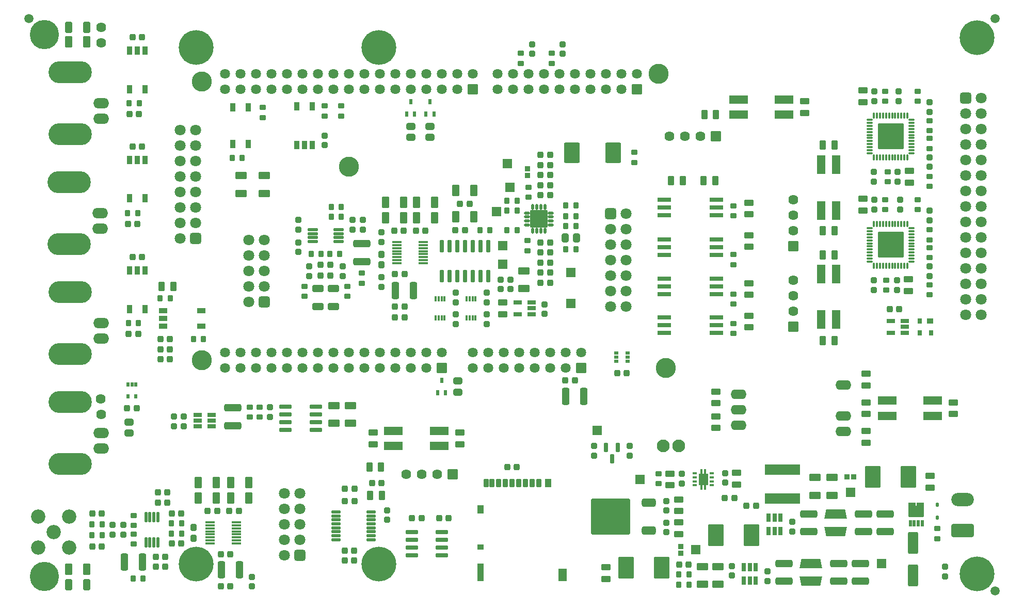
<source format=gts>
%TF.GenerationSoftware,KiCad,Pcbnew,7.0.1*%
%TF.CreationDate,2023-11-29T10:40:00+01:00*%
%TF.ProjectId,current100A_Artiq,63757272-656e-4743-9130-30415f417274,rev?*%
%TF.SameCoordinates,Original*%
%TF.FileFunction,Soldermask,Top*%
%TF.FilePolarity,Negative*%
%FSLAX46Y46*%
G04 Gerber Fmt 4.6, Leading zero omitted, Abs format (unit mm)*
G04 Created by KiCad (PCBNEW 7.0.1) date 2023-11-29 10:40:00*
%MOMM*%
%LPD*%
G01*
G04 APERTURE LIST*
G04 Aperture macros list*
%AMRoundRect*
0 Rectangle with rounded corners*
0 $1 Rounding radius*
0 $2 $3 $4 $5 $6 $7 $8 $9 X,Y pos of 4 corners*
0 Add a 4 corners polygon primitive as box body*
4,1,4,$2,$3,$4,$5,$6,$7,$8,$9,$2,$3,0*
0 Add four circle primitives for the rounded corners*
1,1,$1+$1,$2,$3*
1,1,$1+$1,$4,$5*
1,1,$1+$1,$6,$7*
1,1,$1+$1,$8,$9*
0 Add four rect primitives between the rounded corners*
20,1,$1+$1,$2,$3,$4,$5,0*
20,1,$1+$1,$4,$5,$6,$7,0*
20,1,$1+$1,$6,$7,$8,$9,0*
20,1,$1+$1,$8,$9,$2,$3,0*%
%AMFreePoly0*
4,1,15,1.827885,0.766502,1.846291,0.743898,1.848963,0.714870,1.548963,-0.735130,1.531571,-0.763772,1.500000,-0.775000,-1.500000,-0.775000,-1.531571,-0.763772,-1.548963,-0.735130,-1.848963,0.714870,-1.846291,0.743898,-1.827885,0.766502,-1.800000,0.775000,1.800000,0.775000,1.827885,0.766502,1.827885,0.766502,$1*%
%AMFreePoly1*
4,1,15,1.531571,0.763772,1.548963,0.735130,1.848963,-0.714870,1.846291,-0.743898,1.827885,-0.766502,1.800000,-0.775000,-1.800000,-0.775000,-1.827885,-0.766502,-1.846291,-0.743898,-1.848963,-0.714870,-1.548963,0.735130,-1.531571,0.763772,-1.500000,0.775000,1.500000,0.775000,1.531571,0.763772,1.531571,0.763772,$1*%
%AMFreePoly2*
4,1,37,1.430355,1.220355,1.445000,1.185000,1.445000,0.765000,1.430355,0.729645,1.395000,0.715000,0.905000,0.715000,0.905000,0.585000,1.395000,0.585000,1.430355,0.570355,1.445000,0.535000,1.445000,0.115000,1.430355,0.079645,1.395000,0.065000,0.905000,0.065000,0.905000,-0.065000,1.395000,-0.065000,1.430355,-0.079645,1.445000,-0.115000,1.445000,-0.535000,1.430355,-0.570355,
1.395000,-0.585000,0.905000,-0.585000,0.905000,-0.715000,1.395000,-0.715000,1.430355,-0.729645,1.445000,-0.765000,1.445000,-1.185000,1.430355,-1.220355,1.395000,-1.235000,-0.855000,-1.235000,-0.890355,-1.220355,-0.905000,-1.185000,-0.905000,1.185000,-0.890355,1.220355,-0.855000,1.235000,1.395000,1.235000,1.430355,1.220355,1.430355,1.220355,$1*%
G04 Aperture macros list end*
%ADD10RoundRect,0.275000X0.225000X0.250000X-0.225000X0.250000X-0.225000X-0.250000X0.225000X-0.250000X0*%
%ADD11RoundRect,0.250000X0.200000X0.275000X-0.200000X0.275000X-0.200000X-0.275000X0.200000X-0.275000X0*%
%ADD12RoundRect,0.275000X0.250000X-0.225000X0.250000X0.225000X-0.250000X0.225000X-0.250000X-0.225000X0*%
%ADD13RoundRect,0.275000X-0.225000X-0.250000X0.225000X-0.250000X0.225000X0.250000X-0.225000X0.250000X0*%
%ADD14RoundRect,0.250000X-0.275000X0.200000X-0.275000X-0.200000X0.275000X-0.200000X0.275000X0.200000X0*%
%ADD15RoundRect,0.300000X-0.325000X-0.650000X0.325000X-0.650000X0.325000X0.650000X-0.325000X0.650000X0*%
%ADD16RoundRect,0.300000X-0.450000X0.262500X-0.450000X-0.262500X0.450000X-0.262500X0.450000X0.262500X0*%
%ADD17RoundRect,0.050000X1.500000X0.600000X-1.500000X0.600000X-1.500000X-0.600000X1.500000X-0.600000X0*%
%ADD18RoundRect,0.050000X0.762000X0.762000X-0.762000X0.762000X-0.762000X-0.762000X0.762000X-0.762000X0*%
%ADD19C,1.624000*%
%ADD20RoundRect,0.050000X1.080000X0.320000X-1.080000X0.320000X-1.080000X-0.320000X1.080000X-0.320000X0*%
%ADD21RoundRect,0.300000X0.475000X-0.250000X0.475000X0.250000X-0.475000X0.250000X-0.475000X-0.250000X0*%
%ADD22RoundRect,0.300000X-0.650000X0.325000X-0.650000X-0.325000X0.650000X-0.325000X0.650000X0.325000X0*%
%ADD23RoundRect,0.050000X0.750000X0.750000X-0.750000X0.750000X-0.750000X-0.750000X0.750000X-0.750000X0*%
%ADD24RoundRect,0.050000X-0.750000X-0.750000X0.750000X-0.750000X0.750000X0.750000X-0.750000X0.750000X0*%
%ADD25RoundRect,0.050000X-0.400000X0.400000X-0.400000X-0.400000X0.400000X-0.400000X0.400000X0.400000X0*%
%ADD26RoundRect,0.300000X0.850000X0.350000X-0.850000X0.350000X-0.850000X-0.350000X0.850000X-0.350000X0*%
%ADD27RoundRect,0.299997X2.950003X2.650003X-2.950003X2.650003X-2.950003X-2.650003X2.950003X-2.650003X0*%
%ADD28RoundRect,0.300000X0.600000X0.600000X-0.600000X0.600000X-0.600000X-0.600000X0.600000X-0.600000X0*%
%ADD29C,1.800000*%
%ADD30RoundRect,0.250000X-0.200000X-0.275000X0.200000X-0.275000X0.200000X0.275000X-0.200000X0.275000X0*%
%ADD31RoundRect,0.250000X0.275000X-0.200000X0.275000X0.200000X-0.275000X0.200000X-0.275000X-0.200000X0*%
%ADD32C,2.350000*%
%ADD33RoundRect,0.050000X0.762000X-0.762000X0.762000X0.762000X-0.762000X0.762000X-0.762000X-0.762000X0*%
%ADD34RoundRect,0.050000X-1.206500X-1.714500X1.206500X-1.714500X1.206500X1.714500X-1.206500X1.714500X0*%
%ADD35RoundRect,0.275000X-0.250000X0.225000X-0.250000X-0.225000X0.250000X-0.225000X0.250000X0.225000X0*%
%ADD36RoundRect,0.050000X-0.400000X-0.400000X0.400000X-0.400000X0.400000X0.400000X-0.400000X0.400000X0*%
%ADD37RoundRect,0.050000X-0.400000X-0.600000X0.400000X-0.600000X0.400000X0.600000X-0.400000X0.600000X0*%
%ADD38RoundRect,0.268750X-0.218750X-0.256250X0.218750X-0.256250X0.218750X0.256250X-0.218750X0.256250X0*%
%ADD39RoundRect,0.050000X-0.350000X-0.600000X0.350000X-0.600000X0.350000X0.600000X-0.350000X0.600000X0*%
%ADD40RoundRect,0.050000X-0.500000X-0.400000X0.500000X-0.400000X0.500000X0.400000X-0.500000X0.400000X0*%
%ADD41RoundRect,0.050000X-0.500000X-0.600000X0.500000X-0.600000X0.500000X0.600000X-0.500000X0.600000X0*%
%ADD42RoundRect,0.050000X-0.500000X-1.400000X0.500000X-1.400000X0.500000X1.400000X-0.500000X1.400000X0*%
%ADD43RoundRect,0.050000X-0.650000X-0.950000X0.650000X-0.950000X0.650000X0.950000X-0.650000X0.950000X0*%
%ADD44RoundRect,0.268750X-0.256250X0.218750X-0.256250X-0.218750X0.256250X-0.218750X0.256250X0.218750X0*%
%ADD45RoundRect,0.200000X0.512500X0.150000X-0.512500X0.150000X-0.512500X-0.150000X0.512500X-0.150000X0*%
%ADD46RoundRect,0.300000X-0.312500X-0.625000X0.312500X-0.625000X0.312500X0.625000X-0.312500X0.625000X0*%
%ADD47C,2.100000*%
%ADD48FreePoly0,0.000000*%
%ADD49FreePoly1,0.000000*%
%ADD50RoundRect,0.050000X-0.225000X-0.350000X0.225000X-0.350000X0.225000X0.350000X-0.225000X0.350000X0*%
%ADD51C,1.500000*%
%ADD52C,5.700000*%
%ADD53RoundRect,0.300000X0.450000X-0.262500X0.450000X0.262500X-0.450000X0.262500X-0.450000X-0.262500X0*%
%ADD54RoundRect,0.300000X-0.475000X0.250000X-0.475000X-0.250000X0.475000X-0.250000X0.475000X0.250000X0*%
%ADD55RoundRect,0.200000X-0.150000X0.825000X-0.150000X-0.825000X0.150000X-0.825000X0.150000X0.825000X0*%
%ADD56RoundRect,0.050000X0.150000X0.400000X-0.150000X0.400000X-0.150000X-0.400000X0.150000X-0.400000X0*%
%ADD57RoundRect,0.050000X-0.400000X0.600000X-0.400000X-0.600000X0.400000X-0.600000X0.400000X0.600000X0*%
%ADD58RoundRect,0.050000X0.400000X-0.600000X0.400000X0.600000X-0.400000X0.600000X-0.400000X-0.600000X0*%
%ADD59RoundRect,0.125000X-0.650000X-0.075000X0.650000X-0.075000X0.650000X0.075000X-0.650000X0.075000X0*%
%ADD60RoundRect,0.150000X-0.637500X-0.100000X0.637500X-0.100000X0.637500X0.100000X-0.637500X0.100000X0*%
%ADD61RoundRect,0.300000X0.250000X0.475000X-0.250000X0.475000X-0.250000X-0.475000X0.250000X-0.475000X0*%
%ADD62RoundRect,0.268750X0.218750X0.256250X-0.218750X0.256250X-0.218750X-0.256250X0.218750X-0.256250X0*%
%ADD63RoundRect,0.300000X-1.100000X0.325000X-1.100000X-0.325000X1.100000X-0.325000X1.100000X0.325000X0*%
%ADD64RoundRect,0.200000X0.825000X0.150000X-0.825000X0.150000X-0.825000X-0.150000X0.825000X-0.150000X0*%
%ADD65RoundRect,0.050000X0.750000X-0.750000X0.750000X0.750000X-0.750000X0.750000X-0.750000X-0.750000X0*%
%ADD66RoundRect,0.162500X0.112500X-0.187500X0.112500X0.187500X-0.112500X0.187500X-0.112500X-0.187500X0*%
%ADD67RoundRect,0.050000X-1.500000X-0.600000X1.500000X-0.600000X1.500000X0.600000X-1.500000X0.600000X0*%
%ADD68RoundRect,0.287500X0.237500X-0.300000X0.237500X0.300000X-0.237500X0.300000X-0.237500X-0.300000X0*%
%ADD69RoundRect,0.050000X-0.500000X0.350000X-0.500000X-0.350000X0.500000X-0.350000X0.500000X0.350000X0*%
%ADD70RoundRect,0.050000X-0.300000X0.350000X-0.300000X-0.350000X0.300000X-0.350000X0.300000X0.350000X0*%
%ADD71RoundRect,0.112500X0.375000X0.062500X-0.375000X0.062500X-0.375000X-0.062500X0.375000X-0.062500X0*%
%ADD72RoundRect,0.112500X0.062500X0.375000X-0.062500X0.375000X-0.062500X-0.375000X0.062500X-0.375000X0*%
%ADD73RoundRect,0.050000X2.050000X2.050000X-2.050000X2.050000X-2.050000X-2.050000X2.050000X-2.050000X0*%
%ADD74O,2.600000X1.700000*%
%ADD75O,7.100000X3.600000*%
%ADD76RoundRect,0.050000X1.206500X1.714500X-1.206500X1.714500X-1.206500X-1.714500X1.206500X-1.714500X0*%
%ADD77C,4.800000*%
%ADD78RoundRect,0.050000X-0.600000X1.500000X-0.600000X-1.500000X0.600000X-1.500000X0.600000X1.500000X0*%
%ADD79RoundRect,0.050000X-0.325000X-0.200000X0.325000X-0.200000X0.325000X0.200000X-0.325000X0.200000X0*%
%ADD80RoundRect,0.300000X-0.250000X-0.475000X0.250000X-0.475000X0.250000X0.475000X-0.250000X0.475000X0*%
%ADD81RoundRect,0.300000X0.325000X0.650000X-0.325000X0.650000X-0.325000X-0.650000X0.325000X-0.650000X0*%
%ADD82RoundRect,0.300000X1.100000X-0.325000X1.100000X0.325000X-1.100000X0.325000X-1.100000X-0.325000X0*%
%ADD83RoundRect,0.300000X0.625000X-0.312500X0.625000X0.312500X-0.625000X0.312500X-0.625000X-0.312500X0*%
%ADD84RoundRect,0.050000X-0.200000X0.325000X-0.200000X-0.325000X0.200000X-0.325000X0.200000X0.325000X0*%
%ADD85RoundRect,0.300000X0.650000X-0.325000X0.650000X0.325000X-0.650000X0.325000X-0.650000X-0.325000X0*%
%ADD86RoundRect,0.200000X-0.150000X0.587500X-0.150000X-0.587500X0.150000X-0.587500X0.150000X0.587500X0*%
%ADD87RoundRect,0.300000X-0.600000X-0.600000X0.600000X-0.600000X0.600000X0.600000X-0.600000X0.600000X0*%
%ADD88RoundRect,0.300000X-0.325000X-1.100000X0.325000X-1.100000X0.325000X1.100000X-0.325000X1.100000X0*%
%ADD89RoundRect,0.268750X0.256250X-0.218750X0.256250X0.218750X-0.256250X0.218750X-0.256250X-0.218750X0*%
%ADD90RoundRect,0.150000X0.100000X-0.712500X0.100000X0.712500X-0.100000X0.712500X-0.100000X-0.712500X0*%
%ADD91RoundRect,0.300000X-0.625000X0.312500X-0.625000X-0.312500X0.625000X-0.312500X0.625000X0.312500X0*%
%ADD92RoundRect,0.150000X0.712500X0.100000X-0.712500X0.100000X-0.712500X-0.100000X0.712500X-0.100000X0*%
%ADD93RoundRect,0.050000X0.600000X0.400000X-0.600000X0.400000X-0.600000X-0.400000X0.600000X-0.400000X0*%
%ADD94RoundRect,0.300000X1.000000X-1.400000X1.000000X1.400000X-1.000000X1.400000X-1.000000X-1.400000X0*%
%ADD95O,2.600000X1.600000*%
%ADD96RoundRect,0.300000X-0.550000X1.500000X-0.550000X-1.500000X0.550000X-1.500000X0.550000X1.500000X0*%
%ADD97RoundRect,0.300000X0.325000X1.100000X-0.325000X1.100000X-0.325000X-1.100000X0.325000X-1.100000X0*%
%ADD98RoundRect,0.050000X0.300000X-0.155000X0.300000X0.155000X-0.300000X0.155000X-0.300000X-0.155000X0*%
%ADD99C,0.400000*%
%ADD100RoundRect,0.050000X-0.115000X-0.412500X0.115000X-0.412500X0.115000X0.412500X-0.115000X0.412500X0*%
%ADD101RoundRect,0.050000X-0.750000X-0.875000X0.750000X-0.875000X0.750000X0.875000X-0.750000X0.875000X0*%
%ADD102RoundRect,0.300000X0.262500X0.450000X-0.262500X0.450000X-0.262500X-0.450000X0.262500X-0.450000X0*%
%ADD103RoundRect,0.200000X0.150000X-0.512500X0.150000X0.512500X-0.150000X0.512500X-0.150000X-0.512500X0*%
%ADD104RoundRect,0.137500X0.087500X-0.337500X0.087500X0.337500X-0.087500X0.337500X-0.087500X-0.337500X0*%
%ADD105RoundRect,0.131250X0.081250X-0.343750X0.081250X0.343750X-0.081250X0.343750X-0.081250X-0.343750X0*%
%ADD106RoundRect,0.131250X0.343750X-0.081250X0.343750X0.081250X-0.343750X0.081250X-0.343750X-0.081250X0*%
%ADD107RoundRect,0.137500X0.337500X-0.087500X0.337500X0.087500X-0.337500X0.087500X-0.337500X-0.087500X0*%
%ADD108RoundRect,0.050000X1.350000X-1.350000X1.350000X1.350000X-1.350000X1.350000X-1.350000X-1.350000X0*%
%ADD109RoundRect,0.299999X1.550001X-0.790001X1.550001X0.790001X-1.550001X0.790001X-1.550001X-0.790001X0*%
%ADD110O,3.700000X2.180000*%
%ADD111RoundRect,0.200000X-0.825000X-0.150000X0.825000X-0.150000X0.825000X0.150000X-0.825000X0.150000X0*%
%ADD112RoundRect,0.287500X-0.237500X0.300000X-0.237500X-0.300000X0.237500X-0.300000X0.237500X0.300000X0*%
%ADD113RoundRect,0.050000X-0.750000X0.750000X-0.750000X-0.750000X0.750000X-0.750000X0.750000X0.750000X0*%
%ADD114RoundRect,0.050000X-2.850000X0.800000X-2.850000X-0.800000X2.850000X-0.800000X2.850000X0.800000X0*%
%ADD115RoundRect,0.050000X0.210000X-0.495000X0.210000X0.495000X-0.210000X0.495000X-0.210000X-0.495000X0*%
%ADD116RoundRect,0.050000X0.210000X-0.500000X0.210000X0.500000X-0.210000X0.500000X-0.210000X-0.500000X0*%
%ADD117FreePoly2,90.000000*%
%ADD118C,3.300000*%
%ADD119RoundRect,0.050000X0.765000X-0.765000X0.765000X0.765000X-0.765000X0.765000X-0.765000X-0.765000X0*%
%ADD120C,1.630000*%
G04 APERTURE END LIST*
D10*
%TO.C,C134*%
X86500000Y-31877000D03*
X84950000Y-31877000D03*
%TD*%
D11*
%TO.C,R42*%
X81089000Y-32766000D03*
X79439000Y-32766000D03*
%TD*%
D12*
%TO.C,C104*%
X24765000Y-69736000D03*
X24765000Y-68186000D03*
%TD*%
D13*
%TO.C,C41*%
X21831000Y-92837000D03*
X23381000Y-92837000D03*
%TD*%
D14*
%TO.C,R21*%
X146812000Y-32576000D03*
X146812000Y-34226000D03*
%TD*%
D15*
%TO.C,C51*%
X28751000Y-81534000D03*
X31701000Y-81534000D03*
%TD*%
D16*
%TO.C,R48*%
X71374000Y-62333500D03*
X71374000Y-64158500D03*
%TD*%
D15*
%TO.C,C1*%
X7542000Y-6731000D03*
X10492000Y-6731000D03*
%TD*%
D12*
%TO.C,C123*%
X80010000Y-47257000D03*
X80010000Y-45707000D03*
%TD*%
D17*
%TO.C,L1*%
X149292000Y-68052000D03*
X149292000Y-65552000D03*
X141792000Y-65552000D03*
X141792000Y-68052000D03*
%TD*%
D18*
%TO.C,U33*%
X113665000Y-22225000D03*
D19*
X111125000Y-22225000D03*
X108585000Y-22225000D03*
X106045000Y-22225000D03*
%TD*%
D20*
%TO.C,U30*%
X113744000Y-48133000D03*
X113744000Y-46863000D03*
X113744000Y-45593000D03*
X105204000Y-45593000D03*
X105204000Y-46863000D03*
X105204000Y-48133000D03*
%TD*%
D21*
%TO.C,C18*%
X107569000Y-87437000D03*
X107569000Y-85537000D03*
%TD*%
D22*
%TO.C,C29*%
X132715000Y-78154000D03*
X132715000Y-81104000D03*
%TD*%
D23*
%TO.C,PP2*%
X78740000Y-40132000D03*
%TD*%
D24*
%TO.C,PP5*%
X89916000Y-49657000D03*
%TD*%
D10*
%TO.C,C65*%
X54413500Y-82031000D03*
X52863500Y-82031000D03*
%TD*%
D23*
%TO.C,PP1*%
X78740000Y-43180000D03*
%TD*%
D25*
%TO.C,JP2*%
X136313000Y-78105000D03*
X135213000Y-78105000D03*
%TD*%
D13*
%TO.C,C115*%
X64503000Y-37719000D03*
X66053000Y-37719000D03*
%TD*%
D10*
%TO.C,C21*%
X120282000Y-82804000D03*
X118732000Y-82804000D03*
%TD*%
D26*
%TO.C,U4*%
X102703000Y-86862000D03*
D27*
X96403000Y-84582000D03*
D26*
X102703000Y-82302000D03*
%TD*%
D28*
%TO.C,J4*%
X45466000Y-90932000D03*
D29*
X42926000Y-90932000D03*
X45466000Y-88392000D03*
X42926000Y-88392000D03*
X45466000Y-85852000D03*
X42926000Y-85852000D03*
X45466000Y-83312000D03*
X42926000Y-83312000D03*
X45466000Y-80772000D03*
X42926000Y-80772000D03*
%TD*%
D17*
%TO.C,L15*%
X124908000Y-18649000D03*
X124908000Y-16149000D03*
X117408000Y-16149000D03*
X117408000Y-18649000D03*
%TD*%
D30*
%TO.C,R7*%
X11367000Y-87630000D03*
X13017000Y-87630000D03*
%TD*%
D15*
%TO.C,C132*%
X71042000Y-35433000D03*
X73992000Y-35433000D03*
%TD*%
D22*
%TO.C,C28*%
X114046000Y-92759000D03*
X114046000Y-95709000D03*
%TD*%
D31*
%TO.C,R32*%
X52197000Y-18859000D03*
X52197000Y-17209000D03*
%TD*%
D32*
%TO.C,J2*%
X5080000Y-87122000D03*
X2540000Y-89662000D03*
X7620000Y-89662000D03*
X2540000Y-84582000D03*
X7620000Y-84582000D03*
%TD*%
D31*
%TO.C,R16*%
X141605000Y-47434000D03*
X141605000Y-45784000D03*
%TD*%
D33*
%TO.C,U35*%
X126365000Y-40259000D03*
D19*
X126365000Y-37719000D03*
X126365000Y-35179000D03*
X126365000Y-32639000D03*
%TD*%
D34*
%TO.C,L6*%
X113665000Y-87630000D03*
X119507000Y-87630000D03*
%TD*%
D12*
%TO.C,C44*%
X37592000Y-96025000D03*
X37592000Y-94475000D03*
%TD*%
D35*
%TO.C,C38*%
X14732000Y-85966000D03*
X14732000Y-87516000D03*
%TD*%
D15*
%TO.C,C2*%
X7542000Y-93218000D03*
X10492000Y-93218000D03*
%TD*%
D14*
%TO.C,R18*%
X148717000Y-46546000D03*
X148717000Y-48196000D03*
%TD*%
D36*
%TO.C,JP1*%
X107950000Y-89493000D03*
X107950000Y-90593000D03*
%TD*%
D10*
%TO.C,C124*%
X86500000Y-46228000D03*
X84950000Y-46228000D03*
%TD*%
D12*
%TO.C,C78*%
X143637000Y-16396000D03*
X143637000Y-14846000D03*
%TD*%
D37*
%TO.C,U37*%
X34417000Y-23447000D03*
X36957000Y-23447000D03*
X36957000Y-17447000D03*
X34417000Y-17447000D03*
%TD*%
D38*
%TO.C,L12*%
X84937500Y-44577000D03*
X86512500Y-44577000D03*
%TD*%
D30*
%TO.C,R8*%
X11367000Y-85852000D03*
X13017000Y-85852000D03*
%TD*%
D20*
%TO.C,U28*%
X113744000Y-35179000D03*
X113744000Y-33909000D03*
X113744000Y-32639000D03*
X105204000Y-32639000D03*
X105204000Y-33909000D03*
X105204000Y-35179000D03*
%TD*%
D39*
%TO.C,J3*%
X84660000Y-79091000D03*
X83560000Y-79091000D03*
X82460000Y-79091000D03*
X81360000Y-79091000D03*
X80260000Y-79091000D03*
X79160000Y-79091000D03*
X78060000Y-79091000D03*
X76960000Y-79091000D03*
X76010000Y-79091000D03*
D40*
X75060000Y-89591000D03*
D41*
X75060000Y-83391000D03*
D42*
X75060000Y-93741000D03*
D41*
X86210000Y-79091000D03*
D43*
X88560000Y-94191000D03*
%TD*%
D44*
%TO.C,D6*%
X52451000Y-43535500D03*
X52451000Y-45110500D03*
%TD*%
D45*
%TO.C,U16*%
X30982500Y-69784000D03*
X30982500Y-68834000D03*
X30982500Y-67884000D03*
X28707500Y-67884000D03*
X28707500Y-68834000D03*
X28707500Y-69784000D03*
%TD*%
D46*
%TO.C,R1*%
X7554500Y-4318000D03*
X10479500Y-4318000D03*
%TD*%
D14*
%TO.C,R30*%
X37211000Y-66612000D03*
X37211000Y-68262000D03*
%TD*%
D47*
%TO.C,GND1*%
X105029000Y-73025000D03*
X107569000Y-73025000D03*
%TD*%
D48*
%TO.C,L3*%
X133350000Y-87073000D03*
D49*
X133350000Y-84123000D03*
%TD*%
D13*
%TO.C,C47*%
X24457000Y-89027000D03*
X26007000Y-89027000D03*
%TD*%
D12*
%TO.C,C75*%
X148717000Y-35954000D03*
X148717000Y-34404000D03*
%TD*%
D50*
%TO.C,D11*%
X66152000Y-18526000D03*
X67452000Y-18526000D03*
X66802000Y-16526000D03*
%TD*%
D30*
%TO.C,R5*%
X107633000Y-95758000D03*
X109283000Y-95758000D03*
%TD*%
D15*
%TO.C,C105*%
X59485000Y-35560000D03*
X62435000Y-35560000D03*
%TD*%
D12*
%TO.C,C33*%
X93726000Y-74562000D03*
X93726000Y-73012000D03*
%TD*%
D30*
%TO.C,R64*%
X34354000Y-25781000D03*
X36004000Y-25781000D03*
%TD*%
D51*
%TO.C,FID2*%
X159512000Y-2921000D03*
%TD*%
D52*
%TO.C,H6*%
X58400000Y-92400000D03*
%TD*%
D20*
%TO.C,U31*%
X113744000Y-54483000D03*
X113744000Y-53213000D03*
X113744000Y-51943000D03*
X105204000Y-51943000D03*
X105204000Y-53213000D03*
X105204000Y-54483000D03*
%TD*%
D53*
%TO.C,R46*%
X63627000Y-22375500D03*
X63627000Y-20550500D03*
%TD*%
D50*
%TO.C,D9*%
X62977000Y-18526000D03*
X64277000Y-18526000D03*
X63627000Y-16526000D03*
%TD*%
D12*
%TO.C,C121*%
X76073000Y-49416000D03*
X76073000Y-47866000D03*
%TD*%
D54*
%TO.C,C141*%
X128270000Y-16449000D03*
X128270000Y-18349000D03*
%TD*%
D55*
%TO.C,U22*%
X76327000Y-40197000D03*
X75057000Y-40197000D03*
X73787000Y-40197000D03*
X72517000Y-40197000D03*
X71247000Y-40197000D03*
X69977000Y-40197000D03*
X68707000Y-40197000D03*
X68707000Y-45147000D03*
X69977000Y-45147000D03*
X71247000Y-45147000D03*
X72517000Y-45147000D03*
X73787000Y-45147000D03*
X75057000Y-45147000D03*
X76327000Y-45147000D03*
%TD*%
D10*
%TO.C,C129*%
X72530000Y-37592000D03*
X70980000Y-37592000D03*
%TD*%
D30*
%TO.C,R45*%
X89091000Y-36957000D03*
X90741000Y-36957000D03*
%TD*%
D31*
%TO.C,R50*%
X82804000Y-40957000D03*
X82804000Y-39307000D03*
%TD*%
D10*
%TO.C,C40*%
X23721000Y-82296000D03*
X22171000Y-82296000D03*
%TD*%
D30*
%TO.C,R56*%
X17209000Y-34798000D03*
X18859000Y-34798000D03*
%TD*%
D56*
%TO.C,U19*%
X69203000Y-48869000D03*
X68703000Y-48869000D03*
X68203000Y-48869000D03*
X67703000Y-48869000D03*
X67703000Y-51969000D03*
X68203000Y-51969000D03*
X68703000Y-51969000D03*
X69203000Y-51969000D03*
%TD*%
D57*
%TO.C,U38*%
X47498000Y-17297000D03*
X44958000Y-17297000D03*
X44958000Y-23597000D03*
X46228000Y-23597000D03*
X47498000Y-23597000D03*
%TD*%
D58*
%TO.C,U25*%
X17526000Y-50521000D03*
X20066000Y-50521000D03*
X20066000Y-44221000D03*
X18796000Y-44221000D03*
X17526000Y-44221000D03*
%TD*%
D30*
%TO.C,R36*%
X47308000Y-41529000D03*
X48958000Y-41529000D03*
%TD*%
D59*
%TO.C,U8*%
X30743000Y-85499000D03*
X30743000Y-85999000D03*
X30743000Y-86499000D03*
X30743000Y-86999000D03*
X30743000Y-87499000D03*
X30743000Y-87999000D03*
X30743000Y-88499000D03*
X30743000Y-88999000D03*
X35043000Y-88999000D03*
X35043000Y-88499000D03*
X35043000Y-87999000D03*
X35043000Y-87499000D03*
X35043000Y-86999000D03*
X35043000Y-86499000D03*
X35043000Y-85999000D03*
X35043000Y-85499000D03*
%TD*%
D50*
%TO.C,D10*%
X68057000Y-64246000D03*
X69357000Y-64246000D03*
X68707000Y-62246000D03*
%TD*%
D22*
%TO.C,C27*%
X111506000Y-92759000D03*
X111506000Y-95709000D03*
%TD*%
D60*
%TO.C,U11*%
X51411000Y-83820000D03*
X51411000Y-84470000D03*
X51411000Y-85120000D03*
X51411000Y-85770000D03*
X51411000Y-86420000D03*
X51411000Y-87070000D03*
X51411000Y-87720000D03*
X51411000Y-88370000D03*
X57136000Y-88370000D03*
X57136000Y-87720000D03*
X57136000Y-87070000D03*
X57136000Y-86420000D03*
X57136000Y-85770000D03*
X57136000Y-85120000D03*
X57136000Y-84470000D03*
X57136000Y-83820000D03*
%TD*%
D61*
%TO.C,C63*%
X58906500Y-81142000D03*
X57006500Y-81142000D03*
%TD*%
D35*
%TO.C,C71*%
X148717000Y-43548000D03*
X148717000Y-45098000D03*
%TD*%
D62*
%TO.C,L14*%
X73304500Y-33274000D03*
X71729500Y-33274000D03*
%TD*%
D63*
%TO.C,C6*%
X137414000Y-92251000D03*
X137414000Y-95201000D03*
%TD*%
D12*
%TO.C,C11*%
X122174000Y-95136000D03*
X122174000Y-93586000D03*
%TD*%
D64*
%TO.C,U15*%
X48068000Y-70358000D03*
X48068000Y-69088000D03*
X48068000Y-67818000D03*
X48068000Y-66548000D03*
X43118000Y-66548000D03*
X43118000Y-67818000D03*
X43118000Y-69088000D03*
X43118000Y-70358000D03*
%TD*%
D31*
%TO.C,R14*%
X86741000Y-10223000D03*
X86741000Y-8573000D03*
%TD*%
D13*
%TO.C,C39*%
X21831000Y-91186000D03*
X23381000Y-91186000D03*
%TD*%
D65*
%TO.C,VuC1*%
X135763000Y-80645000D03*
%TD*%
D66*
%TO.C,D1*%
X149987000Y-84743000D03*
X149987000Y-82643000D03*
%TD*%
D53*
%TO.C,R52*%
X66802000Y-22375500D03*
X66802000Y-20550500D03*
%TD*%
D67*
%TO.C,L10*%
X60810500Y-70494000D03*
X60810500Y-72994000D03*
X68310500Y-72994000D03*
X68310500Y-70494000D03*
%TD*%
D23*
%TO.C,P5V1*%
X101219000Y-78486000D03*
%TD*%
D13*
%TO.C,C32*%
X115176000Y-81534000D03*
X116726000Y-81534000D03*
%TD*%
D62*
%TO.C,D13*%
X18948500Y-54610000D03*
X17373500Y-54610000D03*
%TD*%
D68*
%TO.C,C48*%
X28026000Y-88111500D03*
X28026000Y-86386500D03*
%TD*%
D13*
%TO.C,C127*%
X84950000Y-42926000D03*
X86500000Y-42926000D03*
%TD*%
D35*
%TO.C,C116*%
X70993000Y-51422000D03*
X70993000Y-52972000D03*
%TD*%
%TO.C,C72*%
X148717000Y-25641000D03*
X148717000Y-27191000D03*
%TD*%
D44*
%TO.C,D3*%
X16510000Y-85953500D03*
X16510000Y-87528500D03*
%TD*%
D31*
%TO.C,R29*%
X38862000Y-68262000D03*
X38862000Y-66612000D03*
%TD*%
%TO.C,R67*%
X49530000Y-18859000D03*
X49530000Y-17209000D03*
%TD*%
D13*
%TO.C,C46*%
X32499000Y-90805000D03*
X34049000Y-90805000D03*
%TD*%
%TO.C,C139*%
X18021000Y-5969000D03*
X19571000Y-5969000D03*
%TD*%
D69*
%TO.C,D5*%
X148832000Y-52467000D03*
D70*
X147132000Y-52467000D03*
X147132000Y-54467000D03*
X149032000Y-54467000D03*
%TD*%
D35*
%TO.C,C98*%
X45212000Y-35928000D03*
X45212000Y-37478000D03*
%TD*%
D65*
%TO.C,P6V1*%
X110363000Y-90043000D03*
%TD*%
D11*
%TO.C,R41*%
X76644000Y-37592000D03*
X74994000Y-37592000D03*
%TD*%
D51*
%TO.C,FID1*%
X1016000Y-2921000D03*
%TD*%
D10*
%TO.C,C125*%
X86500000Y-25273000D03*
X84950000Y-25273000D03*
%TD*%
D71*
%TO.C,U13*%
X145804500Y-24975000D03*
X145804500Y-24475000D03*
X145804500Y-23975000D03*
X145804500Y-23475000D03*
X145804500Y-22975000D03*
X145804500Y-22475000D03*
X145804500Y-21975000D03*
X145804500Y-21475000D03*
X145804500Y-20975000D03*
X145804500Y-20475000D03*
X145804500Y-19975000D03*
X145804500Y-19475000D03*
D72*
X145117000Y-18787500D03*
X144617000Y-18787500D03*
X144117000Y-18787500D03*
X143617000Y-18787500D03*
X143117000Y-18787500D03*
X142617000Y-18787500D03*
X142117000Y-18787500D03*
X141617000Y-18787500D03*
X141117000Y-18787500D03*
X140617000Y-18787500D03*
X140117000Y-18787500D03*
X139617000Y-18787500D03*
D71*
X138929500Y-19475000D03*
X138929500Y-19975000D03*
X138929500Y-20475000D03*
X138929500Y-20975000D03*
X138929500Y-21475000D03*
X138929500Y-21975000D03*
X138929500Y-22475000D03*
X138929500Y-22975000D03*
X138929500Y-23475000D03*
X138929500Y-23975000D03*
X138929500Y-24475000D03*
X138929500Y-24975000D03*
D72*
X139617000Y-25662500D03*
X140117000Y-25662500D03*
X140617000Y-25662500D03*
X141117000Y-25662500D03*
X141617000Y-25662500D03*
X142117000Y-25662500D03*
X142617000Y-25662500D03*
X143117000Y-25662500D03*
X143617000Y-25662500D03*
X144117000Y-25662500D03*
X144617000Y-25662500D03*
X145117000Y-25662500D03*
D73*
X142367000Y-22225000D03*
%TD*%
D74*
%TO.C,J9*%
X12700000Y-34798000D03*
D75*
X7620000Y-39878000D03*
D74*
X12700000Y-37338000D03*
D75*
X7620000Y-29718000D03*
%TD*%
D12*
%TO.C,C153*%
X49530000Y-23635000D03*
X49530000Y-22085000D03*
%TD*%
D21*
%TO.C,C17*%
X113665000Y-65974000D03*
X113665000Y-64074000D03*
%TD*%
D76*
%TO.C,L7*%
X145288000Y-78105000D03*
X139446000Y-78105000D03*
%TD*%
D31*
%TO.C,R22*%
X141859000Y-29654000D03*
X141859000Y-28004000D03*
%TD*%
D11*
%TO.C,R39*%
X52260000Y-35433000D03*
X50610000Y-35433000D03*
%TD*%
D54*
%TO.C,C88*%
X145415000Y-27879000D03*
X145415000Y-29779000D03*
%TD*%
D35*
%TO.C,C118*%
X76073000Y-51422000D03*
X76073000Y-52972000D03*
%TD*%
D12*
%TO.C,C12*%
X126238000Y-87021000D03*
X126238000Y-85471000D03*
%TD*%
D77*
%TO.C,H1*%
X3556000Y-5512000D03*
%TD*%
D14*
%TO.C,R23*%
X141478000Y-14796000D03*
X141478000Y-16446000D03*
%TD*%
D13*
%TO.C,C133*%
X84950000Y-39624000D03*
X86500000Y-39624000D03*
%TD*%
D74*
%TO.C,J11*%
X12827000Y-70866000D03*
D75*
X7747000Y-75946000D03*
D74*
X12827000Y-73406000D03*
D75*
X7747000Y-65786000D03*
%TD*%
D14*
%TO.C,R24*%
X148717000Y-28766000D03*
X148717000Y-30416000D03*
%TD*%
D63*
%TO.C,C7*%
X141478000Y-84123000D03*
X141478000Y-87073000D03*
%TD*%
D21*
%TO.C,C85*%
X137795000Y-34351000D03*
X137795000Y-32451000D03*
%TD*%
D14*
%TO.C,R9*%
X18161000Y-84392000D03*
X18161000Y-86042000D03*
%TD*%
D13*
%TO.C,C131*%
X84950000Y-30226000D03*
X86500000Y-30226000D03*
%TD*%
D18*
%TO.C,U9*%
X70513800Y-77666000D03*
D19*
X67973800Y-77666000D03*
X65433800Y-77666000D03*
X62893800Y-77666000D03*
%TD*%
D15*
%TO.C,C53*%
X34085000Y-78994000D03*
X37035000Y-78994000D03*
%TD*%
D31*
%TO.C,R15*%
X81661000Y-10223000D03*
X81661000Y-8573000D03*
%TD*%
D13*
%TO.C,C157*%
X22593000Y-58801000D03*
X24143000Y-58801000D03*
%TD*%
D30*
%TO.C,R53*%
X89091000Y-35306000D03*
X90741000Y-35306000D03*
%TD*%
D12*
%TO.C,C97*%
X54102000Y-37478000D03*
X54102000Y-35928000D03*
%TD*%
D78*
%TO.C,L17*%
X133457000Y-26857000D03*
X130957000Y-26857000D03*
X130957000Y-34357000D03*
X133457000Y-34357000D03*
%TD*%
D24*
%TO.C,PP3*%
X79502000Y-26670000D03*
%TD*%
D35*
%TO.C,C36*%
X108077000Y-77584000D03*
X108077000Y-79134000D03*
%TD*%
D79*
%TO.C,U24*%
X97348000Y-57770000D03*
X97348000Y-58420000D03*
X97348000Y-59070000D03*
X99248000Y-59070000D03*
X99248000Y-58420000D03*
X99248000Y-57770000D03*
%TD*%
D54*
%TO.C,C35*%
X148844000Y-77917000D03*
X148844000Y-79817000D03*
%TD*%
D31*
%TO.C,R66*%
X39370000Y-19113000D03*
X39370000Y-17463000D03*
%TD*%
D59*
%TO.C,U18*%
X61350000Y-39525000D03*
X61350000Y-40025000D03*
X61350000Y-40525000D03*
X61350000Y-41025000D03*
X61350000Y-41525000D03*
X61350000Y-42025000D03*
X61350000Y-42525000D03*
X61350000Y-43025000D03*
X65650000Y-43025000D03*
X65650000Y-42525000D03*
X65650000Y-42025000D03*
X65650000Y-41525000D03*
X65650000Y-41025000D03*
X65650000Y-40525000D03*
X65650000Y-40025000D03*
X65650000Y-39525000D03*
%TD*%
D54*
%TO.C,C15*%
X138303000Y-61153000D03*
X138303000Y-63053000D03*
%TD*%
D80*
%TO.C,C146*%
X131257000Y-37719000D03*
X133157000Y-37719000D03*
%TD*%
D81*
%TO.C,C50*%
X31701000Y-78994000D03*
X28751000Y-78994000D03*
%TD*%
D30*
%TO.C,R55*%
X17336000Y-52832000D03*
X18986000Y-52832000D03*
%TD*%
D24*
%TO.C,P12V1*%
X140843000Y-92329000D03*
%TD*%
D58*
%TO.C,U27*%
X17526000Y-14453000D03*
X20066000Y-14453000D03*
X20066000Y-8153000D03*
X18796000Y-8153000D03*
X17526000Y-8153000D03*
%TD*%
D62*
%TO.C,D2*%
X12979500Y-89535000D03*
X11404500Y-89535000D03*
%TD*%
D31*
%TO.C,R40*%
X82931000Y-32194000D03*
X82931000Y-30544000D03*
%TD*%
D30*
%TO.C,R63*%
X28004000Y-55499000D03*
X29654000Y-55499000D03*
%TD*%
D31*
%TO.C,R34*%
X46228000Y-48450000D03*
X46228000Y-46800000D03*
%TD*%
D11*
%TO.C,R4*%
X109283000Y-94107000D03*
X107633000Y-94107000D03*
%TD*%
D82*
%TO.C,C9*%
X124841000Y-95201000D03*
X124841000Y-92251000D03*
%TD*%
D46*
%TO.C,R2*%
X7554500Y-95758000D03*
X10479500Y-95758000D03*
%TD*%
D83*
%TO.C,R28*%
X48387000Y-50103500D03*
X48387000Y-47178500D03*
%TD*%
D44*
%TO.C,L4*%
X151257000Y-92811500D03*
X151257000Y-94386500D03*
%TD*%
D38*
%TO.C,D4*%
X11404500Y-84074000D03*
X12979500Y-84074000D03*
%TD*%
D14*
%TO.C,R20*%
X148717000Y-37529000D03*
X148717000Y-39179000D03*
%TD*%
D56*
%TO.C,U20*%
X74283000Y-48869000D03*
X73783000Y-48869000D03*
X73283000Y-48869000D03*
X72783000Y-48869000D03*
X72783000Y-51969000D03*
X73283000Y-51969000D03*
X73783000Y-51969000D03*
X74283000Y-51969000D03*
%TD*%
D13*
%TO.C,C154*%
X22593000Y-55499000D03*
X24143000Y-55499000D03*
%TD*%
D12*
%TO.C,C68*%
X59734500Y-85092000D03*
X59734500Y-83542000D03*
%TD*%
D62*
%TO.C,L11*%
X62636500Y-50165000D03*
X61061500Y-50165000D03*
%TD*%
%TO.C,L9*%
X34061500Y-96012000D03*
X32486500Y-96012000D03*
%TD*%
D54*
%TO.C,C151*%
X119126000Y-46294000D03*
X119126000Y-48194000D03*
%TD*%
D35*
%TO.C,C82*%
X139573000Y-28054000D03*
X139573000Y-29604000D03*
%TD*%
D12*
%TO.C,C74*%
X83566000Y-8649000D03*
X83566000Y-7099000D03*
%TD*%
D84*
%TO.C,U32*%
X18557000Y-62931000D03*
X17907000Y-62931000D03*
X17257000Y-62931000D03*
X17257000Y-64831000D03*
X18557000Y-64831000D03*
%TD*%
D52*
%TO.C,H8*%
X156503000Y-93997000D03*
%TD*%
D81*
%TO.C,C54*%
X37035000Y-81534000D03*
X34085000Y-81534000D03*
%TD*%
D35*
%TO.C,C126*%
X78359000Y-45707000D03*
X78359000Y-47257000D03*
%TD*%
D31*
%TO.C,R61*%
X116586000Y-54546000D03*
X116586000Y-52896000D03*
%TD*%
D85*
%TO.C,C90*%
X53721000Y-69293000D03*
X53721000Y-66343000D03*
%TD*%
D86*
%TO.C,U5*%
X97597000Y-73230500D03*
X95697000Y-73230500D03*
X96647000Y-75105500D03*
%TD*%
D35*
%TO.C,C81*%
X139573000Y-45834000D03*
X139573000Y-47384000D03*
%TD*%
D54*
%TO.C,C87*%
X145288000Y-45659000D03*
X145288000Y-47559000D03*
%TD*%
D87*
%TO.C,J12*%
X96393000Y-34925000D03*
D29*
X98933000Y-34925000D03*
X96393000Y-37465000D03*
X98933000Y-37465000D03*
X96393000Y-40005000D03*
X98933000Y-40005000D03*
X96393000Y-42545000D03*
X98933000Y-42545000D03*
X96393000Y-45085000D03*
X98933000Y-45085000D03*
X96393000Y-47625000D03*
X98933000Y-47625000D03*
X96393000Y-50165000D03*
X98933000Y-50165000D03*
%TD*%
D14*
%TO.C,R25*%
X148717000Y-22543000D03*
X148717000Y-24193000D03*
%TD*%
D21*
%TO.C,C59*%
X57448500Y-72694000D03*
X57448500Y-70794000D03*
%TD*%
D80*
%TO.C,C144*%
X111826000Y-18669000D03*
X113726000Y-18669000D03*
%TD*%
D12*
%TO.C,C80*%
X139700000Y-16396000D03*
X139700000Y-14846000D03*
%TD*%
%TO.C,C79*%
X139700000Y-34176000D03*
X139700000Y-32626000D03*
%TD*%
D35*
%TO.C,C109*%
X58801000Y-45326000D03*
X58801000Y-46876000D03*
%TD*%
D10*
%TO.C,C67*%
X65418000Y-84836000D03*
X63868000Y-84836000D03*
%TD*%
D54*
%TO.C,C149*%
X119126000Y-38420000D03*
X119126000Y-40320000D03*
%TD*%
D80*
%TO.C,C150*%
X106365000Y-29464000D03*
X108265000Y-29464000D03*
%TD*%
D10*
%TO.C,C60*%
X69863000Y-84836000D03*
X68313000Y-84836000D03*
%TD*%
D13*
%TO.C,C89*%
X142227000Y-50546000D03*
X143777000Y-50546000D03*
%TD*%
D52*
%TO.C,H7*%
X156503000Y-6003000D03*
%TD*%
D88*
%TO.C,C110*%
X61136000Y-47498000D03*
X64086000Y-47498000D03*
%TD*%
D45*
%TO.C,U21*%
X83433500Y-51369000D03*
X83433500Y-50419000D03*
X83433500Y-49469000D03*
X81158500Y-49469000D03*
X81158500Y-51369000D03*
%TD*%
D10*
%TO.C,C128*%
X86500000Y-28575000D03*
X84950000Y-28575000D03*
%TD*%
D77*
%TO.C,H2*%
X3556000Y-94412000D03*
%TD*%
D13*
%TO.C,C64*%
X57308500Y-79110000D03*
X58858500Y-79110000D03*
%TD*%
D53*
%TO.C,R62*%
X17399000Y-70889500D03*
X17399000Y-69064500D03*
%TD*%
D24*
%TO.C,PP7*%
X89916000Y-44577000D03*
%TD*%
D89*
%TO.C,D8*%
X46990000Y-45110500D03*
X46990000Y-43535500D03*
%TD*%
D81*
%TO.C,C114*%
X67515000Y-35560000D03*
X64565000Y-35560000D03*
%TD*%
D22*
%TO.C,C91*%
X51054000Y-66343000D03*
X51054000Y-69293000D03*
%TD*%
D14*
%TO.C,R6*%
X104267000Y-77534000D03*
X104267000Y-79184000D03*
%TD*%
D48*
%TO.C,L2*%
X129286000Y-95201000D03*
D49*
X129286000Y-92251000D03*
%TD*%
D85*
%TO.C,C92*%
X39624000Y-31574000D03*
X39624000Y-28624000D03*
%TD*%
D12*
%TO.C,C30*%
X99568000Y-74562000D03*
X99568000Y-73012000D03*
%TD*%
D10*
%TO.C,C130*%
X86500000Y-41275000D03*
X84950000Y-41275000D03*
%TD*%
D80*
%TO.C,C143*%
X131257000Y-23622000D03*
X133157000Y-23622000D03*
%TD*%
D54*
%TO.C,C25*%
X117094000Y-77409000D03*
X117094000Y-79309000D03*
%TD*%
D90*
%TO.C,U7*%
X20193000Y-88853500D03*
X20843000Y-88853500D03*
X21493000Y-88853500D03*
X22143000Y-88853500D03*
X22143000Y-84628500D03*
X21493000Y-84628500D03*
X20843000Y-84628500D03*
X20193000Y-84628500D03*
%TD*%
D14*
%TO.C,R26*%
X148717000Y-19622000D03*
X148717000Y-21272000D03*
%TD*%
D30*
%TO.C,R49*%
X79439000Y-37592000D03*
X81089000Y-37592000D03*
%TD*%
D12*
%TO.C,C73*%
X88519000Y-8649000D03*
X88519000Y-7099000D03*
%TD*%
D54*
%TO.C,C148*%
X119126000Y-51628000D03*
X119126000Y-53528000D03*
%TD*%
D11*
%TO.C,R43*%
X90741000Y-40767000D03*
X89091000Y-40767000D03*
%TD*%
D12*
%TO.C,C22*%
X105537000Y-83579000D03*
X105537000Y-82029000D03*
%TD*%
D91*
%TO.C,R31*%
X50927000Y-47178500D03*
X50927000Y-50103500D03*
%TD*%
D10*
%TO.C,C42*%
X23721000Y-80645000D03*
X22171000Y-80645000D03*
%TD*%
D92*
%TO.C,U17*%
X51769500Y-39456000D03*
X51769500Y-38806000D03*
X51769500Y-38156000D03*
X51769500Y-37506000D03*
X47544500Y-37506000D03*
X47544500Y-38156000D03*
X47544500Y-38806000D03*
X47544500Y-39456000D03*
%TD*%
D35*
%TO.C,C107*%
X58801000Y-37960000D03*
X58801000Y-39510000D03*
%TD*%
D34*
%TO.C,L8*%
X98933000Y-92964000D03*
X104775000Y-92964000D03*
%TD*%
D13*
%TO.C,C156*%
X22593000Y-57150000D03*
X24143000Y-57150000D03*
%TD*%
D21*
%TO.C,C61*%
X71672500Y-72694000D03*
X71672500Y-70794000D03*
%TD*%
D88*
%TO.C,C45*%
X32561000Y-93345000D03*
X35511000Y-93345000D03*
%TD*%
D74*
%TO.C,J8*%
X12827000Y-52832000D03*
D75*
X7747000Y-57912000D03*
D74*
X12827000Y-55372000D03*
D75*
X7747000Y-47752000D03*
%TD*%
D14*
%TO.C,R35*%
X55626000Y-44641000D03*
X55626000Y-46291000D03*
%TD*%
D80*
%TO.C,C147*%
X111699000Y-29464000D03*
X113599000Y-29464000D03*
%TD*%
D10*
%TO.C,C49*%
X26007000Y-84074000D03*
X24457000Y-84074000D03*
%TD*%
D13*
%TO.C,C66*%
X52819000Y-90159000D03*
X54369000Y-90159000D03*
%TD*%
D63*
%TO.C,C4*%
X137922000Y-84123000D03*
X137922000Y-87073000D03*
%TD*%
D11*
%TO.C,R37*%
X52006000Y-41529000D03*
X50356000Y-41529000D03*
%TD*%
D93*
%TO.C,U36*%
X29312000Y-53340000D03*
X29312000Y-50800000D03*
X23012000Y-50800000D03*
X23012000Y-52070000D03*
X23012000Y-53340000D03*
%TD*%
D12*
%TO.C,C102*%
X26416000Y-69736000D03*
X26416000Y-68186000D03*
%TD*%
D35*
%TO.C,C83*%
X143383000Y-45834000D03*
X143383000Y-47384000D03*
%TD*%
D10*
%TO.C,C23*%
X109233000Y-92456000D03*
X107683000Y-92456000D03*
%TD*%
D21*
%TO.C,C119*%
X78740000Y-51369000D03*
X78740000Y-49469000D03*
%TD*%
D31*
%TO.C,R33*%
X53213000Y-48450000D03*
X53213000Y-46800000D03*
%TD*%
D14*
%TO.C,R3*%
X149987000Y-86551000D03*
X149987000Y-88201000D03*
%TD*%
D10*
%TO.C,C52*%
X31890000Y-83693000D03*
X30340000Y-83693000D03*
%TD*%
D14*
%TO.C,R17*%
X141478000Y-32576000D03*
X141478000Y-34226000D03*
%TD*%
D63*
%TO.C,C3*%
X133858000Y-92251000D03*
X133858000Y-95201000D03*
%TD*%
D54*
%TO.C,C26*%
X107569000Y-81793000D03*
X107569000Y-83693000D03*
%TD*%
D71*
%TO.C,U12*%
X145804500Y-42755000D03*
X145804500Y-42255000D03*
X145804500Y-41755000D03*
X145804500Y-41255000D03*
X145804500Y-40755000D03*
X145804500Y-40255000D03*
X145804500Y-39755000D03*
X145804500Y-39255000D03*
X145804500Y-38755000D03*
X145804500Y-38255000D03*
X145804500Y-37755000D03*
X145804500Y-37255000D03*
D72*
X145117000Y-36567500D03*
X144617000Y-36567500D03*
X144117000Y-36567500D03*
X143617000Y-36567500D03*
X143117000Y-36567500D03*
X142617000Y-36567500D03*
X142117000Y-36567500D03*
X141617000Y-36567500D03*
X141117000Y-36567500D03*
X140617000Y-36567500D03*
X140117000Y-36567500D03*
X139617000Y-36567500D03*
D71*
X138929500Y-37255000D03*
X138929500Y-37755000D03*
X138929500Y-38255000D03*
X138929500Y-38755000D03*
X138929500Y-39255000D03*
X138929500Y-39755000D03*
X138929500Y-40255000D03*
X138929500Y-40755000D03*
X138929500Y-41255000D03*
X138929500Y-41755000D03*
X138929500Y-42255000D03*
X138929500Y-42755000D03*
D72*
X139617000Y-43442500D03*
X140117000Y-43442500D03*
X140617000Y-43442500D03*
X141117000Y-43442500D03*
X141617000Y-43442500D03*
X142117000Y-43442500D03*
X142617000Y-43442500D03*
X143117000Y-43442500D03*
X143617000Y-43442500D03*
X144117000Y-43442500D03*
X144617000Y-43442500D03*
X145117000Y-43442500D03*
D73*
X142367000Y-40005000D03*
%TD*%
D36*
%TO.C,JP3*%
X82804000Y-27517000D03*
X82804000Y-28617000D03*
%TD*%
D54*
%TO.C,C37*%
X106172000Y-77536000D03*
X106172000Y-79436000D03*
%TD*%
D14*
%TO.C,R27*%
X146812000Y-14796000D03*
X146812000Y-16446000D03*
%TD*%
D58*
%TO.C,U26*%
X17526000Y-32360000D03*
X20066000Y-32360000D03*
X20066000Y-26060000D03*
X18796000Y-26060000D03*
X17526000Y-26060000D03*
%TD*%
D12*
%TO.C,C120*%
X70993000Y-49416000D03*
X70993000Y-47866000D03*
%TD*%
D33*
%TO.C,U34*%
X126365000Y-53467000D03*
D19*
X126365000Y-50927000D03*
X126365000Y-48387000D03*
X126365000Y-45847000D03*
%TD*%
D54*
%TO.C,C8*%
X138303000Y-65852000D03*
X138303000Y-67752000D03*
%TD*%
D30*
%TO.C,R65*%
X22543000Y-48768000D03*
X24193000Y-48768000D03*
%TD*%
D94*
%TO.C,D12*%
X90072000Y-24892000D03*
X96872000Y-24892000D03*
%TD*%
D95*
%TO.C,U1*%
X134584000Y-70616000D03*
X134584000Y-68076000D03*
X134584000Y-62996000D03*
X117384000Y-64516000D03*
X117384000Y-67056000D03*
X117384000Y-69596000D03*
%TD*%
D51*
%TO.C,FID3*%
X159512000Y-96774000D03*
%TD*%
D30*
%TO.C,R57*%
X17463000Y-16764000D03*
X19113000Y-16764000D03*
%TD*%
D11*
%TO.C,R13*%
X26057000Y-85725000D03*
X24407000Y-85725000D03*
%TD*%
D28*
%TO.C,J7*%
X39624000Y-49403000D03*
D29*
X37084000Y-49403000D03*
X39624000Y-46863000D03*
X37084000Y-46863000D03*
X39624000Y-44323000D03*
X37084000Y-44323000D03*
X39624000Y-41783000D03*
X37084000Y-41783000D03*
X39624000Y-39243000D03*
X37084000Y-39243000D03*
%TD*%
D12*
%TO.C,C20*%
X116332000Y-94247000D03*
X116332000Y-92697000D03*
%TD*%
D81*
%TO.C,C103*%
X62435000Y-33020000D03*
X59485000Y-33020000D03*
%TD*%
D10*
%TO.C,C106*%
X62624000Y-51943000D03*
X61074000Y-51943000D03*
%TD*%
D24*
%TO.C,PP4*%
X79883000Y-30607000D03*
%TD*%
D13*
%TO.C,C55*%
X33896000Y-83693000D03*
X35446000Y-83693000D03*
%TD*%
D10*
%TO.C,C111*%
X62497000Y-37719000D03*
X60947000Y-37719000D03*
%TD*%
D82*
%TO.C,C99*%
X55626000Y-42750000D03*
X55626000Y-39800000D03*
%TD*%
D24*
%TO.C,PP6*%
X77724000Y-34544000D03*
%TD*%
D45*
%TO.C,U14*%
X144647500Y-54417000D03*
X144647500Y-53467000D03*
X144647500Y-52517000D03*
X142372500Y-52517000D03*
X142372500Y-54417000D03*
%TD*%
D11*
%TO.C,R38*%
X52260000Y-33782000D03*
X50610000Y-33782000D03*
%TD*%
D22*
%TO.C,C122*%
X82169000Y-44245000D03*
X82169000Y-47195000D03*
%TD*%
D11*
%TO.C,R11*%
X19748000Y-94742000D03*
X18098000Y-94742000D03*
%TD*%
D96*
%TO.C,C13*%
X146050000Y-88867000D03*
X146050000Y-94267000D03*
%TD*%
D35*
%TO.C,C31*%
X115189000Y-77457000D03*
X115189000Y-79007000D03*
%TD*%
D10*
%TO.C,C69*%
X54413500Y-79999000D03*
X52863500Y-79999000D03*
%TD*%
D97*
%TO.C,C43*%
X19636000Y-92075000D03*
X16686000Y-92075000D03*
%TD*%
D80*
%TO.C,C142*%
X131257000Y-41656000D03*
X133157000Y-41656000D03*
%TD*%
D21*
%TO.C,C14*%
X138303000Y-72451000D03*
X138303000Y-70551000D03*
%TD*%
D78*
%TO.C,L16*%
X133457000Y-44764000D03*
X130957000Y-44764000D03*
X130957000Y-52264000D03*
X133457000Y-52264000D03*
%TD*%
D62*
%TO.C,D15*%
X19075500Y-18542000D03*
X17500500Y-18542000D03*
%TD*%
D98*
%TO.C,U6*%
X110233000Y-77511000D03*
X110233000Y-78161000D03*
X110233000Y-78811000D03*
X110233000Y-79461000D03*
X113033000Y-79461000D03*
X113033000Y-78811000D03*
X113033000Y-78161000D03*
X113033000Y-77511000D03*
D99*
X111133000Y-78486000D03*
D100*
X111308000Y-77198000D03*
X111308000Y-79774000D03*
D99*
X111633000Y-77861000D03*
D101*
X111633000Y-78486000D03*
D99*
X111633000Y-79111000D03*
D100*
X111958000Y-77198000D03*
X111958000Y-79774000D03*
D99*
X112133000Y-78486000D03*
%TD*%
D54*
%TO.C,C5*%
X152654000Y-65852000D03*
X152654000Y-67752000D03*
%TD*%
D88*
%TO.C,C56*%
X89076000Y-64897000D03*
X92026000Y-64897000D03*
%TD*%
D21*
%TO.C,C86*%
X137795000Y-16571000D03*
X137795000Y-14671000D03*
%TD*%
D35*
%TO.C,C84*%
X143510000Y-28054000D03*
X143510000Y-29604000D03*
%TD*%
D74*
%TO.C,J10*%
X12827000Y-16764000D03*
D75*
X7747000Y-21844000D03*
D74*
X12827000Y-19304000D03*
D75*
X7747000Y-11684000D03*
%TD*%
D63*
%TO.C,C93*%
X34417000Y-66724000D03*
X34417000Y-69674000D03*
%TD*%
D12*
%TO.C,C100*%
X55753000Y-37478000D03*
X55753000Y-35928000D03*
%TD*%
D14*
%TO.C,R60*%
X116586000Y-48070000D03*
X116586000Y-49720000D03*
%TD*%
D30*
%TO.C,R44*%
X79439000Y-34417000D03*
X81089000Y-34417000D03*
%TD*%
D12*
%TO.C,C95*%
X40513000Y-68212000D03*
X40513000Y-66662000D03*
%TD*%
D13*
%TO.C,C137*%
X18021000Y-42037000D03*
X19571000Y-42037000D03*
%TD*%
D54*
%TO.C,C152*%
X119126000Y-33086000D03*
X119126000Y-34986000D03*
%TD*%
D62*
%TO.C,D7*%
X50444500Y-43307000D03*
X48869500Y-43307000D03*
%TD*%
D11*
%TO.C,R12*%
X26057000Y-87376000D03*
X24407000Y-87376000D03*
%TD*%
D52*
%TO.C,H4*%
X28400000Y-92400000D03*
%TD*%
D102*
%TO.C,R47*%
X90828500Y-38862000D03*
X89003500Y-38862000D03*
%TD*%
D87*
%TO.C,J5*%
X154679692Y-15877648D03*
D29*
X157219692Y-15877648D03*
X154679692Y-18417648D03*
X157219692Y-18417648D03*
X154679692Y-20957648D03*
X157219692Y-20957648D03*
X154679692Y-23497648D03*
X157219692Y-23497648D03*
X154679692Y-26037648D03*
X157219692Y-26037648D03*
X154679692Y-28577648D03*
X157219692Y-28577648D03*
X154679692Y-31117648D03*
X157219692Y-31117648D03*
X154679692Y-33657648D03*
X157219692Y-33657648D03*
X154679692Y-36197648D03*
X157219692Y-36197648D03*
X154679692Y-38737648D03*
X157219692Y-38737648D03*
X154679692Y-41277648D03*
X157219692Y-41277648D03*
X154679692Y-43817648D03*
X157219692Y-43817648D03*
X154679692Y-46357648D03*
X157219692Y-46357648D03*
X154679692Y-48897648D03*
X157219692Y-48897648D03*
X154679692Y-51437648D03*
X157219692Y-51437648D03*
%TD*%
D103*
%TO.C,U3*%
X122367000Y-86989500D03*
X123317000Y-86989500D03*
X124267000Y-86989500D03*
X124267000Y-84714500D03*
X123317000Y-84714500D03*
X122367000Y-84714500D03*
%TD*%
D12*
%TO.C,C77*%
X143891000Y-34176000D03*
X143891000Y-32626000D03*
%TD*%
D10*
%TO.C,C57*%
X81039000Y-76454000D03*
X79489000Y-76454000D03*
%TD*%
D35*
%TO.C,C19*%
X105537000Y-85585000D03*
X105537000Y-87135000D03*
%TD*%
D38*
%TO.C,L13*%
X84937500Y-26924000D03*
X86512500Y-26924000D03*
%TD*%
D12*
%TO.C,C117*%
X85598000Y-51321000D03*
X85598000Y-49771000D03*
%TD*%
D14*
%TO.C,R51*%
X100330000Y-24829000D03*
X100330000Y-26479000D03*
%TD*%
D12*
%TO.C,C101*%
X45212000Y-41161000D03*
X45212000Y-39611000D03*
%TD*%
D81*
%TO.C,C135*%
X73992000Y-31115000D03*
X71042000Y-31115000D03*
%TD*%
D31*
%TO.C,R58*%
X116586000Y-35242000D03*
X116586000Y-33592000D03*
%TD*%
D104*
%TO.C,U23*%
X83683200Y-37712800D03*
X84333200Y-37712800D03*
D105*
X84983200Y-37712800D03*
D104*
X85633200Y-37712800D03*
D106*
X86633200Y-36712800D03*
D107*
X86633200Y-36062800D03*
X86633200Y-35412800D03*
X86633200Y-34762800D03*
D104*
X85633200Y-33762800D03*
X84983200Y-33762800D03*
X84333200Y-33762800D03*
X83683200Y-33762800D03*
D107*
X82683200Y-34762800D03*
X82683200Y-35412800D03*
X82683200Y-36062800D03*
X82683200Y-36712800D03*
D108*
X84658200Y-35737800D03*
%TD*%
D12*
%TO.C,C76*%
X148717000Y-18174000D03*
X148717000Y-16624000D03*
%TD*%
D109*
%TO.C,J1*%
X154210500Y-86868000D03*
D110*
X154210500Y-81788000D03*
%TD*%
D80*
%TO.C,C62*%
X56879500Y-76443000D03*
X58779500Y-76443000D03*
%TD*%
D82*
%TO.C,C10*%
X128905000Y-87073000D03*
X128905000Y-84123000D03*
%TD*%
D80*
%TO.C,C145*%
X131257000Y-55753000D03*
X133157000Y-55753000D03*
%TD*%
D31*
%TO.C,R10*%
X18161000Y-89090000D03*
X18161000Y-87440000D03*
%TD*%
D10*
%TO.C,C70*%
X54369000Y-91810000D03*
X52819000Y-91810000D03*
%TD*%
%TO.C,C136*%
X99073000Y-61087000D03*
X97523000Y-61087000D03*
%TD*%
D22*
%TO.C,C24*%
X129921000Y-78154000D03*
X129921000Y-81104000D03*
%TD*%
D111*
%TO.C,U10*%
X63819000Y-87122000D03*
X63819000Y-88392000D03*
X63819000Y-89662000D03*
X63819000Y-90932000D03*
X68769000Y-90932000D03*
X68769000Y-89662000D03*
X68769000Y-88392000D03*
X68769000Y-87122000D03*
%TD*%
D30*
%TO.C,R54*%
X89091000Y-33528000D03*
X90741000Y-33528000D03*
%TD*%
D20*
%TO.C,U29*%
X113744000Y-41656000D03*
X113744000Y-40386000D03*
X113744000Y-39116000D03*
X105204000Y-39116000D03*
X105204000Y-40386000D03*
X105204000Y-41656000D03*
%TD*%
D62*
%TO.C,D14*%
X18821500Y-36576000D03*
X17246500Y-36576000D03*
%TD*%
D14*
%TO.C,R19*%
X148717000Y-40450000D03*
X148717000Y-42100000D03*
%TD*%
D103*
%TO.C,U2*%
X118303000Y-95117500D03*
X119253000Y-95117500D03*
X120203000Y-95117500D03*
X120203000Y-92842500D03*
X119253000Y-92842500D03*
X118303000Y-92842500D03*
%TD*%
D112*
%TO.C,C108*%
X58801000Y-41555500D03*
X58801000Y-43280500D03*
%TD*%
D13*
%TO.C,C58*%
X89014000Y-62230000D03*
X90564000Y-62230000D03*
%TD*%
D113*
%TO.C,P2V1*%
X94234000Y-70485000D03*
%TD*%
D21*
%TO.C,C16*%
X113665000Y-70038000D03*
X113665000Y-68138000D03*
%TD*%
D13*
%TO.C,C112*%
X61074000Y-44831000D03*
X62624000Y-44831000D03*
%TD*%
D52*
%TO.C,H3*%
X28400000Y-7600000D03*
%TD*%
D28*
%TO.C,J14*%
X28321000Y-38989000D03*
D29*
X25781000Y-38989000D03*
X28321000Y-36449000D03*
X25781000Y-36449000D03*
X28321000Y-33909000D03*
X25781000Y-33909000D03*
X28321000Y-31369000D03*
X25781000Y-31369000D03*
X28321000Y-28829000D03*
X25781000Y-28829000D03*
X28321000Y-26289000D03*
X25781000Y-26289000D03*
X28321000Y-23749000D03*
X25781000Y-23749000D03*
X28321000Y-21209000D03*
X25781000Y-21209000D03*
%TD*%
D114*
%TO.C,L5*%
X124587000Y-76898000D03*
X124587000Y-81598000D03*
%TD*%
D54*
%TO.C,C34*%
X95631000Y-92903000D03*
X95631000Y-94803000D03*
%TD*%
D14*
%TO.C,R59*%
X116586000Y-41593000D03*
X116586000Y-43243000D03*
%TD*%
D13*
%TO.C,C96*%
X48882000Y-45085000D03*
X50432000Y-45085000D03*
%TD*%
D85*
%TO.C,C94*%
X35814000Y-31574000D03*
X35814000Y-28624000D03*
%TD*%
D115*
%TO.C,Q1*%
X145583000Y-85701000D03*
D116*
X146233000Y-85701000D03*
X146883000Y-85701000D03*
X147533000Y-85701000D03*
D117*
X146558000Y-83746000D03*
%TD*%
D10*
%TO.C,C140*%
X18682000Y-66802000D03*
X17132000Y-66802000D03*
%TD*%
D13*
%TO.C,C138*%
X18021000Y-23876000D03*
X19571000Y-23876000D03*
%TD*%
D61*
%TO.C,C155*%
X24699000Y-46863000D03*
X22799000Y-46863000D03*
%TD*%
D15*
%TO.C,C113*%
X64565000Y-33020000D03*
X67515000Y-33020000D03*
%TD*%
D52*
%TO.C,H5*%
X58400000Y-7600000D03*
%TD*%
D118*
%TO.C,M1*%
X105506920Y-60198000D03*
X29336920Y-58928000D03*
X53466920Y-27178000D03*
X29336920Y-13208000D03*
X104266920Y-11938000D03*
D19*
X12827000Y-67818000D03*
X12750800Y-65278000D03*
X12827000Y-6858000D03*
X12827000Y-4318000D03*
D119*
X100710920Y-14478000D03*
D120*
X100710920Y-11938000D03*
X98170920Y-14478000D03*
X98170920Y-11938000D03*
X95630920Y-14478000D03*
X95630920Y-11938000D03*
X93090920Y-14478000D03*
X93090920Y-11938000D03*
X90550920Y-14478000D03*
X90550920Y-11938000D03*
X88010920Y-14478000D03*
X88010920Y-11938000D03*
X85470920Y-14478000D03*
X85470920Y-11938000D03*
X82930920Y-14478000D03*
X82930920Y-11938000D03*
X80390920Y-14478000D03*
X80390920Y-11938000D03*
X77850920Y-14478000D03*
X77850920Y-11938000D03*
D119*
X91566920Y-60198000D03*
D120*
X91566920Y-57658000D03*
X89026920Y-60198000D03*
X89026920Y-57658000D03*
X86486920Y-60198000D03*
X86486920Y-57658000D03*
X83946920Y-60198000D03*
X83946920Y-57658000D03*
X81406920Y-60198000D03*
X81406920Y-57658000D03*
X78866920Y-60198000D03*
X78866920Y-57658000D03*
X76326920Y-60198000D03*
X76326920Y-57658000D03*
X73786920Y-60198000D03*
X73786920Y-57658000D03*
D119*
X68706920Y-60198000D03*
D120*
X68706920Y-57658000D03*
X66166920Y-60198000D03*
X66166920Y-57658000D03*
X63626920Y-60198000D03*
X63626920Y-57658000D03*
X61086920Y-60198000D03*
X61086920Y-57658000D03*
X58546920Y-60198000D03*
X58546920Y-57658000D03*
X56006920Y-60198000D03*
X56006920Y-57658000D03*
X53466920Y-60198000D03*
X53466920Y-57658000D03*
X50926920Y-60198000D03*
X50926920Y-57658000D03*
X48386920Y-60198000D03*
X48386920Y-57658000D03*
X45846920Y-60198000D03*
X45846920Y-57658000D03*
X43306920Y-60198000D03*
X43306920Y-57658000D03*
X40766920Y-60198000D03*
X40766920Y-57658000D03*
X38226920Y-60198000D03*
X38226920Y-57658000D03*
X35686920Y-60198000D03*
X35686920Y-57658000D03*
X33146920Y-60198000D03*
X33146920Y-57658000D03*
D119*
X73786920Y-14478000D03*
D120*
X73786920Y-11938000D03*
X71246920Y-14478000D03*
X71246920Y-11938000D03*
X68706920Y-14478000D03*
X68706920Y-11938000D03*
X66166920Y-14478000D03*
X66166920Y-11938000D03*
X63626920Y-14478000D03*
X63626920Y-11938000D03*
X61086920Y-14478000D03*
X61086920Y-11938000D03*
X58546920Y-14478000D03*
X58546920Y-11938000D03*
X56006920Y-14478000D03*
X56006920Y-11938000D03*
X53466920Y-14478000D03*
X53466920Y-11938000D03*
X50926920Y-14478000D03*
X50926920Y-11938000D03*
X48386920Y-14478000D03*
X48386920Y-11938000D03*
X45846920Y-14478000D03*
X45846920Y-11938000D03*
X43306920Y-14478000D03*
X43306920Y-11938000D03*
X40766920Y-14478000D03*
X40766920Y-11938000D03*
X38226920Y-14478000D03*
X38226920Y-11938000D03*
X35686920Y-14478000D03*
X35686920Y-11938000D03*
X33146920Y-14478000D03*
X33146920Y-11938000D03*
%TD*%
M02*

</source>
